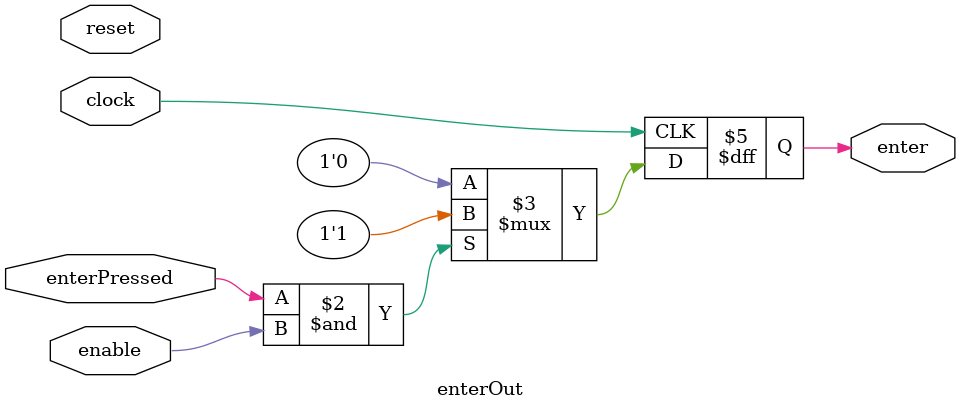
<source format=v>
`timescale 1ns/1ns
/* ECE241 FINAL PROJECT - Katelyn Lam (rev.2023-11-28)
   KeyboardConvertIn. To be chained with PS2 keyboard input module. 
                      Takes input from keyboard and converts to values of keyboardEnter, keyDuration, keyAutoMode
		Inputs
			- reset: Active high
			- keyIn: input (to connect to PS2 keyboard input module). Signifies when a key has been pressed.
			- keyHexIn: data value (to connect to PS2 keyboard input module). value of keyboard mapped to 8-bit value, represented in HEX.
			- checkLoad: state of whether enter is being checked (i.e. enable in INPUT_TIME, INPUT_HEAT_LEVEL states)
			- checkDuration: state of whether duration is being entered (i.e. enable in INPUT_TIME)
			- selectAuto: mode parameter (0 - manual, 1 for auto)

		Outputs
			- enterOut: HIGH when enter is pressed during a checkLoad state, otherwise latch on to previous value
			- durationOut: 16-bit output indicating cook time in seconds
			- autoOut: 3-bit automatic cook mode 
				- 000 – popcorn
				- 001 – potato
				- 010 – meat
				- 011 – veggies 
				- 100 - beverage
				- 101 – reheat
				- 110 – defrost
				- 111 – auto
			- autoSet: HIGH when valid key is pressed. Indicator for state transition from PROCESS_IN to an automatic mode

		Revisions:
			- For the shift register, did an enable to prevent against debounce
*/
module keyboardConvertIn (clock,reset, keyIn, keyHexIn, checkLoad, checkDuration, selectAuto, enterOut, durationOut,autoOut, autoSet, validDurKey);
	input clock,reset, keyIn, checkLoad, checkDuration, selectAuto;
	input[7:0] keyHexIn;
	reg enterReg;
	reg [3:0] durationAdded;
	reg changeDuration;
	output reg validDurKey;
	output wire enterOut;
	output wire [15:0] durationOut;
	output reg [2:0] autoOut;
	output reg autoSet;
	
	shiftRegister shift(reset,changeDuration,durationAdded,durationOut);
	enterOut determineEnter(clock,enterReg, reset, validDurKey, enterOut);
	
	//only respond to reset or change in keyboard values
	always@(posedge keyIn, posedge reset)
	begin
		if(reset)
		begin
			enterReg <= 'b0;
			//durationOut <= 'b0;
			autoOut <= 'b0;
			validDurKey <= 'b0;
			changeDuration <= 'b0;
		end
		else
		begin
			if(checkLoad) //check for enter pressed
			begin
				enterReg <= (keyHexIn == 8'h5A) ? 1'b1 : 1'b0;
				validDurKey <= 1'b1;
			end

			//while enter is not pressed, but duration is being entered, use a shift register
			//to save last 4 keys user entered, store as 16-bit number
			if(checkDuration)
			begin
				case(keyHexIn)
					8'h69: begin
						durationAdded <= 4'd1;
						validDurKey <= ~validDurKey;
						changeDuration <= ~changeDuration;
					end
					8'h72: begin
						durationAdded <= 4'd2;
						validDurKey <= ~validDurKey;
						changeDuration <= ~changeDuration;
					end
					8'h7A: begin
						durationAdded <= 4'd3;
						validDurKey <= ~validDurKey;
						changeDuration <= ~changeDuration;
					end
					8'h6B: begin
						durationAdded <= 4'd4;
						validDurKey <= ~validDurKey;
						changeDuration <= ~changeDuration;
					end
					8'h73: begin
						durationAdded <= 4'd5;
						validDurKey <= ~validDurKey;
						changeDuration <= ~changeDuration;
					end
					8'h74: begin
						durationAdded <= 4'd6;
						validDurKey <= ~validDurKey;
						changeDuration <= ~changeDuration;
					end
					8'h6C: begin
						durationAdded <= 4'd7;
						validDurKey <= ~validDurKey;
						changeDuration <= ~changeDuration;
					end
					8'h75: begin
						durationAdded <= 4'd8;
						validDurKey <= ~validDurKey;
						changeDuration <= ~changeDuration;
					end
					8'h7D: begin
						durationAdded <= 4'd9;
						validDurKey <= ~validDurKey;
						changeDuration <= ~changeDuration;
					end
					8'h70: begin
						durationAdded <= 4'd0;
						validDurKey <= ~validDurKey;
						changeDuration <= ~changeDuration;
					end
					8'h5A: begin
						validDurKey <= ~validDurKey;
						changeDuration <= 1'b0;
						enterReg <= 1'b1;
					end
					default: begin
						validDurKey <= 'b0;
					end
				endcase
			end
			
			//select automatic mode. If key is erroneous, set autoSet to 0. 
			//PROCESS_IN remains waits until valid key pressed
			if(selectAuto) 
			begin
				case(keyHexIn)
					8'h4D: begin
						autoOut <= 3'b000;
						autoSet <= 1'b1;
					end
					8'h44: begin
						autoOut <= 3'b001;
						autoSet <= 1'b1;
					end
					8'h3A: begin
						autoOut <= 3'b010;
						autoSet <= 1'b1;
					end
					8'h2A: begin
						autoOut <= 3'b011;
						autoSet <= 1'b1;
					end
					8'h32: begin
						autoOut <= 3'b100;
						autoSet <= 1'b1;
					end
					8'h2D: begin
						autoOut <= 3'b101;
						autoSet <= 1'b1;
					end
					8'h23: begin
						autoOut <= 3'b110;
						autoSet <= 1'b1;
					end
					8'h1C: begin
						autoOut <= 3'b111;
						autoSet <= 1'b1;
					end
					default:begin
						autoOut <= 3'b000;
						autoSet <= 1'b0;
					end
				endcase
			end
			else
				autoSet <= 1'b0; //ensure that PROCESS_IN is not bypassed if valid keys pressed in other states
		end
	end
endmodule

module shiftRegister(reset,enable,parLoad,duration);
	input reset, enable;
	input [4:0] parLoad;
	output reg [15:0] duration;
	
	always@(posedge enable, posedge reset)
	begin
		if(reset)
			duration<= 'b0;
		else
		begin
			if(enable)
			begin
				duration[15:12] <= duration[11:8];
				duration[11:8] <= duration[7:4];
				duration[7:4] <= duration[3:0];
				duration[3:0] <= parLoad;
			end
		end
	end
endmodule

module enterOut(clock,enterPressed, reset, enable, enter);

	input clock,reset, enterPressed, enable;
	output reg enter;
	always@(posedge clock) 
	begin: enable_signals
		enter <= 1'b0;
		
		if(enterPressed & enable)
			enter <= 1'b1;
	end
endmodule
				

</source>
